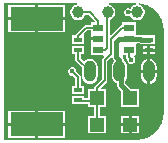
<source format=gbl>
G04*
G04 #@! TF.GenerationSoftware,Altium Limited,Altium Designer,23.5.1 (21)*
G04*
G04 Layer_Physical_Order=2*
G04 Layer_Color=16711680*
%FSLAX44Y44*%
%MOMM*%
G71*
G04*
G04 #@! TF.SameCoordinates,15E139BA-CB31-48D9-99C5-4DE2AD628402*
G04*
G04*
G04 #@! TF.FilePolarity,Positive*
G04*
G01*
G75*
%ADD16C,0.1500*%
%ADD17O,1.0000X1.8000*%
%ADD18C,0.4000*%
%ADD19R,4.5000X2.0000*%
%ADD20C,1.0000*%
%ADD21R,1.2000X1.2000*%
%ADD22R,0.7000X0.4000*%
%ADD23R,0.9000X0.6000*%
%ADD24C,0.4000*%
G36*
X243905Y116436D02*
X242491Y116057D01*
X241009Y115201D01*
X239799Y113991D01*
X239261Y113059D01*
X238196Y113500D01*
X236804D01*
X235517Y112967D01*
X234533Y111983D01*
X234000Y110696D01*
Y109304D01*
X234533Y108017D01*
X235517Y107033D01*
X236804Y106500D01*
X238196D01*
X239261Y106941D01*
X239799Y106009D01*
X241009Y104799D01*
X242491Y103943D01*
X244144Y103500D01*
X245856D01*
X247509Y103943D01*
X248991Y104799D01*
X250201Y106009D01*
X251057Y107491D01*
X251500Y109144D01*
Y110856D01*
X251057Y112509D01*
X250201Y113991D01*
X248991Y115201D01*
X247509Y116057D01*
X246611Y116298D01*
X246839Y117551D01*
X249435Y117296D01*
X253699Y116002D01*
X257630Y113901D01*
X261074Y111074D01*
X263901Y107629D01*
X266002Y103699D01*
X267296Y99435D01*
X267724Y95089D01*
X267706Y95000D01*
Y25000D01*
X267724Y24911D01*
X267296Y20565D01*
X266002Y16301D01*
X263901Y12371D01*
X261074Y8926D01*
X257630Y6099D01*
X253699Y3998D01*
X249435Y2704D01*
X245089Y2276D01*
X245000Y2294D01*
X132294Y2294D01*
Y117706D01*
X193738D01*
X193905Y116436D01*
X192491Y116057D01*
X191009Y115201D01*
X189799Y113991D01*
X188943Y112509D01*
X188500Y110856D01*
Y109144D01*
X188943Y107491D01*
X189799Y106009D01*
X191009Y104799D01*
X192491Y103943D01*
X194144Y103500D01*
X195856D01*
X197509Y103943D01*
X198991Y104799D01*
X200201Y106009D01*
X201057Y107491D01*
X201115Y107706D01*
X204050D01*
X208986Y102770D01*
X208460Y101500D01*
X206000D01*
Y99294D01*
X202000D01*
X202000Y99294D01*
X201122Y99119D01*
X200378Y98622D01*
X200378Y98622D01*
X193378Y91622D01*
X192881Y90878D01*
X192805Y90500D01*
X190000D01*
Y83500D01*
X200000D01*
Y90500D01*
X200000D01*
X199632Y91388D01*
X202950Y94706D01*
X206000D01*
Y92500D01*
X206000D01*
Y92000D01*
X206000D01*
Y88770D01*
X212000D01*
Y86230D01*
X206000D01*
Y83000D01*
X206000D01*
Y82500D01*
X206000D01*
Y73500D01*
X216096D01*
X216582Y72327D01*
X215878Y71622D01*
X215381Y70878D01*
X215206Y70000D01*
Y53450D01*
X209378Y47622D01*
X208881Y46878D01*
X208706Y46000D01*
Y45000D01*
X203500D01*
Y37294D01*
X200000D01*
Y39000D01*
X190000D01*
Y32000D01*
X200000D01*
Y32706D01*
X203500D01*
Y30000D01*
X208706D01*
Y22500D01*
X203500D01*
Y7500D01*
X218500D01*
Y22500D01*
X213294D01*
Y30000D01*
X218500D01*
Y45000D01*
X215040D01*
X214514Y46270D01*
X219122Y50878D01*
X219619Y51622D01*
X219794Y52500D01*
Y69050D01*
X222737Y71993D01*
X224115Y71575D01*
X224203Y71134D01*
X224977Y69977D01*
X225423Y69531D01*
X225364Y68636D01*
X224322Y67278D01*
X223667Y65697D01*
X223444Y64000D01*
Y56000D01*
X223667Y54303D01*
X224322Y52722D01*
X225364Y51364D01*
X226722Y50322D01*
X227579Y49967D01*
Y48852D01*
X227851Y47486D01*
X228625Y46329D01*
X231500Y43453D01*
Y30000D01*
X246500D01*
Y45000D01*
X240047D01*
X234717Y50330D01*
Y51469D01*
X235678Y52722D01*
X236333Y54303D01*
X236556Y56000D01*
Y64000D01*
X236333Y65697D01*
X235678Y67278D01*
X234636Y68636D01*
X233569Y69455D01*
Y70000D01*
X233297Y71366D01*
X232719Y72230D01*
X233048Y73149D01*
X233343Y73500D01*
X235706D01*
Y72000D01*
X235881Y71122D01*
X236378Y70378D01*
X236500Y70256D01*
Y69304D01*
X237033Y68017D01*
X238017Y67033D01*
X239304Y66500D01*
X240696D01*
X241983Y67033D01*
X242967Y68017D01*
X243500Y69304D01*
Y70696D01*
X242967Y71983D01*
X242720Y72230D01*
X243246Y73500D01*
X244000D01*
X244000Y83033D01*
X244898Y83931D01*
X246293D01*
X246634Y83703D01*
X248000Y83431D01*
X255000D01*
X255345Y83500D01*
X260000D01*
Y90500D01*
X255345D01*
X255000Y90569D01*
X249207D01*
X248866Y90797D01*
X247500Y91069D01*
X244818D01*
X244000Y92000D01*
Y92500D01*
X244000D01*
Y101500D01*
X232000D01*
Y99294D01*
X231122Y99119D01*
X230378Y98622D01*
X230378Y98622D01*
X222967Y91212D01*
X221794Y91698D01*
Y103751D01*
X222509Y103943D01*
X223991Y104799D01*
X225201Y106009D01*
X226057Y107491D01*
X226500Y109144D01*
Y110856D01*
X226057Y112509D01*
X225201Y113991D01*
X223991Y115201D01*
X222509Y116057D01*
X221095Y116436D01*
X221262Y117706D01*
X243738D01*
X243905Y116436D01*
D02*
G37*
%LPC*%
G36*
X184000Y116250D02*
X161270D01*
Y106020D01*
X184000D01*
Y116250D01*
D02*
G37*
G36*
X158730D02*
X136000D01*
Y106020D01*
X158730D01*
Y116250D01*
D02*
G37*
G36*
X184000Y103480D02*
X161270D01*
Y93250D01*
X184000D01*
Y103480D01*
D02*
G37*
G36*
X158730D02*
X136000D01*
Y93250D01*
X158730D01*
Y103480D01*
D02*
G37*
G36*
X260000Y81500D02*
X256270D01*
Y79270D01*
X260000D01*
Y81500D01*
D02*
G37*
G36*
X253730D02*
X250000D01*
Y79270D01*
X253730D01*
Y81500D01*
D02*
G37*
G36*
X260000Y76730D02*
X256270D01*
Y74500D01*
X260000D01*
Y76730D01*
D02*
G37*
G36*
X253730D02*
X250000D01*
Y74500D01*
X253730D01*
Y76730D01*
D02*
G37*
G36*
X256270Y70389D02*
Y61270D01*
X261556D01*
Y64000D01*
X261333Y65697D01*
X260678Y67278D01*
X259636Y68636D01*
X258278Y69678D01*
X256697Y70333D01*
X256270Y70389D01*
D02*
G37*
G36*
X253730D02*
X253303Y70333D01*
X251722Y69678D01*
X250364Y68636D01*
X249322Y67278D01*
X248667Y65697D01*
X248444Y64000D01*
Y61270D01*
X253730D01*
Y70389D01*
D02*
G37*
G36*
X261556Y58730D02*
X256270D01*
Y49611D01*
X256697Y49667D01*
X258278Y50322D01*
X259636Y51364D01*
X260678Y52722D01*
X261333Y54303D01*
X261556Y56000D01*
Y58730D01*
D02*
G37*
G36*
X253730D02*
X248444D01*
Y56000D01*
X248667Y54303D01*
X249322Y52722D01*
X250364Y51364D01*
X251722Y50322D01*
X253303Y49667D01*
X253730Y49611D01*
Y58730D01*
D02*
G37*
G36*
X200000Y81500D02*
X190000D01*
Y74500D01*
X192706D01*
Y70000D01*
X192881Y69122D01*
X193378Y68378D01*
X198444Y63312D01*
Y56000D01*
X198667Y54303D01*
X199322Y52722D01*
X200364Y51364D01*
X201722Y50322D01*
X203303Y49667D01*
X205000Y49444D01*
X206697Y49667D01*
X208278Y50322D01*
X209636Y51364D01*
X210678Y52722D01*
X211333Y54303D01*
X211556Y56000D01*
Y64000D01*
X211333Y65697D01*
X210678Y67278D01*
X209636Y68636D01*
X208278Y69678D01*
X206697Y70333D01*
X205000Y70556D01*
X203303Y70333D01*
X201722Y69678D01*
X200364Y68636D01*
X199655Y68589D01*
X197294Y70950D01*
Y74500D01*
X200000D01*
Y81500D01*
D02*
G37*
G36*
X190696Y63500D02*
X189304D01*
X188017Y62967D01*
X187033Y61983D01*
X186500Y60696D01*
Y59304D01*
X187033Y58017D01*
X188017Y57033D01*
X189304Y56500D01*
X190256D01*
X192706Y54050D01*
Y48000D01*
X190000D01*
Y41000D01*
X200000D01*
Y48000D01*
X197294D01*
Y55000D01*
X197119Y55878D01*
X196622Y56622D01*
X193500Y59744D01*
Y60696D01*
X192967Y61983D01*
X191983Y62967D01*
X190696Y63500D01*
D02*
G37*
G36*
X184000Y26750D02*
X161270D01*
Y16520D01*
X184000D01*
Y26750D01*
D02*
G37*
G36*
X158730D02*
X136000D01*
Y16520D01*
X158730D01*
Y26750D01*
D02*
G37*
G36*
X246500Y22500D02*
X240270D01*
Y16270D01*
X246500D01*
Y22500D01*
D02*
G37*
G36*
X237730D02*
X231500D01*
Y16270D01*
X237730D01*
Y22500D01*
D02*
G37*
G36*
X246500Y13730D02*
X240270D01*
Y7500D01*
X246500D01*
Y13730D01*
D02*
G37*
G36*
X237730D02*
X231500D01*
Y7500D01*
X237730D01*
Y13730D01*
D02*
G37*
G36*
X184000Y13980D02*
X161270D01*
Y3750D01*
X184000D01*
Y13980D01*
D02*
G37*
G36*
X158730D02*
X136000D01*
Y3750D01*
X158730D01*
Y13980D01*
D02*
G37*
%LPD*%
D16*
X211000Y37500D02*
Y46000D01*
X195500Y35000D02*
X211000D01*
Y37500D01*
Y15000D02*
Y35000D01*
X238000Y72000D02*
X240000Y70000D01*
X238000Y72000D02*
Y78000D01*
X195000Y110000D02*
X205000D01*
X212000Y97000D02*
Y103000D01*
X205000Y110000D02*
X212000Y103000D01*
X219500Y109500D02*
X220000Y110000D01*
X237500D02*
X245000D01*
X237500Y77500D02*
X238000Y78000D01*
X217500Y70000D02*
X222500Y75000D01*
Y87500D01*
X232000Y97000D01*
X218000Y78000D02*
X219500Y79500D01*
Y109500D01*
X232000Y97000D02*
X238000D01*
X211000Y46000D02*
X217500Y52500D01*
Y70000D01*
X212000Y78000D02*
X218000D01*
X195000Y70000D02*
X205000Y60000D01*
X195000Y70000D02*
Y78000D01*
Y87000D02*
Y90000D01*
X202000Y97000D01*
X212000D01*
X190000Y60000D02*
X195000Y55000D01*
Y44500D02*
Y55000D01*
Y35500D02*
X195500Y35000D01*
D17*
X255000Y60000D02*
D03*
X230000D02*
D03*
X205000D02*
D03*
D18*
X240000Y70000D02*
D03*
X237500Y110000D02*
D03*
X190000Y60000D02*
D03*
D19*
X160000Y15250D02*
D03*
Y104750D02*
D03*
D20*
X245000Y110000D02*
D03*
X220000D02*
D03*
X195000D02*
D03*
D21*
X239000Y37500D02*
D03*
X211000D02*
D03*
Y15000D02*
D03*
X239000D02*
D03*
D22*
X195000Y44500D02*
D03*
Y35500D02*
D03*
Y78000D02*
D03*
Y87000D02*
D03*
X255000D02*
D03*
Y78000D02*
D03*
D23*
X238000D02*
D03*
X212000Y97000D02*
D03*
Y87500D02*
D03*
Y78000D02*
D03*
X238000Y97000D02*
D03*
Y87500D02*
D03*
D24*
X239000Y35000D02*
Y37500D01*
Y41000D01*
X231148Y48852D02*
X239000Y41000D01*
X231148Y48852D02*
Y58852D01*
X230000Y60000D02*
X231148Y58852D01*
X230000Y60000D02*
Y70000D01*
X247500Y87500D02*
X248000Y87000D01*
X238000Y87500D02*
X247500D01*
X248000Y87000D02*
X255000D01*
X227500Y72500D02*
X230000Y70000D01*
X227500Y72500D02*
Y85000D01*
X230000Y87500D02*
X238000D01*
X227500Y85000D02*
X230000Y87500D01*
M02*

</source>
